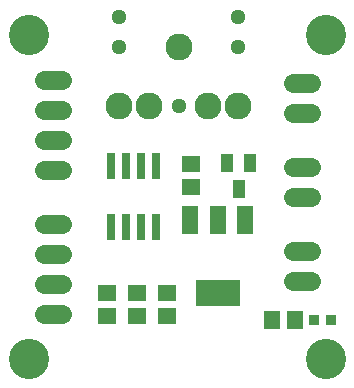
<source format=gts>
G75*
G70*
%OFA0B0*%
%FSLAX24Y24*%
%IPPOS*%
%LPD*%
%AMOC8*
5,1,8,0,0,1.08239X$1,22.5*
%
%ADD10R,0.0520X0.0920*%
%ADD11R,0.1457X0.0906*%
%ADD12C,0.0640*%
%ADD13R,0.0355X0.0355*%
%ADD14R,0.0552X0.0631*%
%ADD15C,0.1340*%
%ADD16C,0.0900*%
%ADD17C,0.0512*%
%ADD18R,0.0276X0.0906*%
%ADD19R,0.0631X0.0552*%
%ADD20R,0.0434X0.0591*%
D10*
X006701Y005873D03*
X007611Y005873D03*
X008521Y005873D03*
D11*
X007611Y003433D03*
D12*
X010111Y003853D02*
X010711Y003853D01*
X010711Y004853D02*
X010111Y004853D01*
X010111Y006653D02*
X010711Y006653D01*
X010711Y007653D02*
X010111Y007653D01*
X010111Y009453D02*
X010711Y009453D01*
X010711Y010453D02*
X010111Y010453D01*
X002411Y010553D02*
X001811Y010553D01*
X001811Y009553D02*
X002411Y009553D01*
X002411Y008553D02*
X001811Y008553D01*
X001811Y007553D02*
X002411Y007553D01*
X002411Y005753D02*
X001811Y005753D01*
X001811Y004753D02*
X002411Y004753D01*
X002411Y003753D02*
X001811Y003753D01*
X001811Y002753D02*
X002411Y002753D01*
D13*
X010815Y002553D03*
X011406Y002553D03*
D14*
X010185Y002553D03*
X009437Y002553D03*
D15*
X001311Y001253D03*
X011211Y001253D03*
X011211Y012053D03*
X001311Y012053D03*
D16*
X004342Y009685D03*
X005326Y009685D03*
X007295Y009685D03*
X008279Y009685D03*
X006311Y011653D03*
D17*
X008279Y011653D03*
X008279Y012638D03*
X006311Y009685D03*
X004342Y011653D03*
X004342Y012638D03*
D18*
X004561Y007677D03*
X004061Y007677D03*
X005061Y007677D03*
X005561Y007677D03*
X005561Y005630D03*
X005061Y005630D03*
X004561Y005630D03*
X004061Y005630D03*
D19*
X003911Y003427D03*
X003911Y002679D03*
X004911Y002679D03*
X004911Y003427D03*
X005911Y003427D03*
X005911Y002679D03*
X006711Y006979D03*
X006711Y007727D03*
D20*
X007937Y007786D03*
X008685Y007786D03*
X008311Y006920D03*
M02*

</source>
